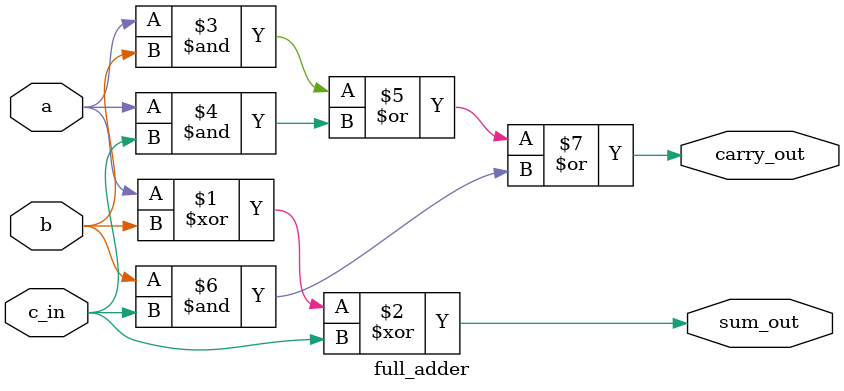
<source format=v>

module four_bit_adder(a,b,c_in,sum_out,carry_out); 

  //Port direction
  input [3:0] a,b;
  input c_in;
  output [3:0] sum_out;
  output carry_out;
  wire c0,c1,c2;
  
  //Implementation and instantiation
  full_adder FA0 (a[0], b[0], c_in, sum_out[0], c0);
  full_adder FA1 (a[1], b[1], c0, sum_out[1], c1);
  full_adder FA2 (a[2], b[2], c1, sum_out[2], c2);
  full_adder FA3 (a[3], b[3], c2, sum_out[3], carry_out);
 
 endmodule


module full_adder(a,b,c_in,sum_out,carry_out);
  
  //Port direction
  input a,b,c_in;
  output sum_out,carry_out;

  //Implementation
  assign sum_out = (a^b^c_in);
  assign carry_out = ((a&b)|(a&c_in)|(b&c_in));

endmodule


</source>
